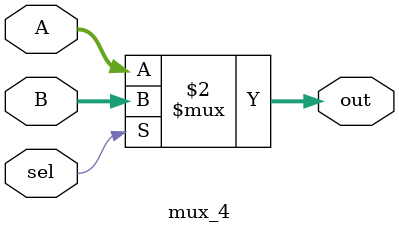
<source format=v>
`timescale 1ns / 1ps
module mux_4(A, B, sel, out); // a 2 to 1 4-bit multiplexer
	input [3:0] A, B;
	input sel;
	output reg [3:0] out;
	
	always @ (A or B or sel)
	begin
	out = (sel) ?B : A;
	end
endmodule
</source>
